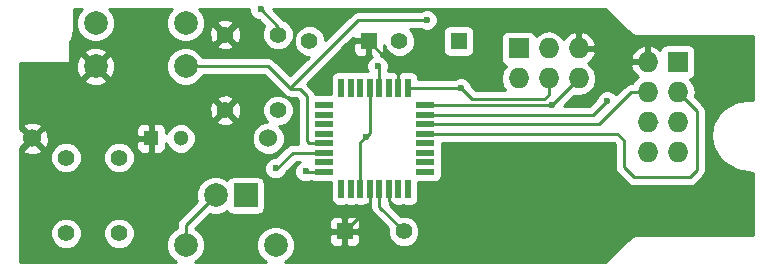
<source format=gbr>
G04 #@! TF.FileFunction,Copper,L1,Top,Signal*
%FSLAX46Y46*%
G04 Gerber Fmt 4.6, Leading zero omitted, Abs format (unit mm)*
G04 Created by KiCad (PCBNEW 4.0.2-4+6225~38~ubuntu14.04.1-stable) date Sat 05 Mar 2016 20:24:40 CET*
%MOMM*%
G01*
G04 APERTURE LIST*
%ADD10C,0.100000*%
%ADD11C,1.524000*%
%ADD12R,0.550000X1.600000*%
%ADD13R,1.600000X0.550000*%
%ADD14R,1.727200X1.727200*%
%ADD15O,1.727200X1.727200*%
%ADD16C,1.397000*%
%ADD17R,1.300000X1.300000*%
%ADD18C,1.300000*%
%ADD19R,2.000000X2.000000*%
%ADD20C,2.000000*%
%ADD21C,1.998980*%
%ADD22R,1.400000X1.400000*%
%ADD23C,1.400000*%
%ADD24C,0.600000*%
%ADD25C,0.250000*%
%ADD26C,0.254000*%
G04 APERTURE END LIST*
D10*
D11*
X149501000Y-107188000D03*
X129501000Y-107188000D03*
D12*
X155696000Y-111438000D03*
X156496000Y-111438000D03*
X157296000Y-111438000D03*
X158096000Y-111438000D03*
X158896000Y-111438000D03*
X159696000Y-111438000D03*
X160496000Y-111438000D03*
X161296000Y-111438000D03*
D13*
X162746000Y-109988000D03*
X162746000Y-109188000D03*
X162746000Y-108388000D03*
X162746000Y-107588000D03*
X162746000Y-106788000D03*
X162746000Y-105988000D03*
X162746000Y-105188000D03*
X162746000Y-104388000D03*
D12*
X161296000Y-102938000D03*
X160496000Y-102938000D03*
X159696000Y-102938000D03*
X158896000Y-102938000D03*
X158096000Y-102938000D03*
X157296000Y-102938000D03*
X156496000Y-102938000D03*
X155696000Y-102938000D03*
D13*
X154246000Y-104388000D03*
X154246000Y-105188000D03*
X154246000Y-105988000D03*
X154246000Y-106788000D03*
X154246000Y-107588000D03*
X154246000Y-108388000D03*
X154246000Y-109188000D03*
X154246000Y-109988000D03*
D14*
X170688000Y-99568000D03*
D15*
X170688000Y-102108000D03*
X173228000Y-99568000D03*
X173228000Y-102108000D03*
X175768000Y-99568000D03*
X175768000Y-102108000D03*
D16*
X150322000Y-104810000D03*
X145842000Y-104810000D03*
X150322000Y-98390000D03*
X145842000Y-98390000D03*
X136860000Y-115224000D03*
X132380000Y-115224000D03*
X136860000Y-108804000D03*
X132380000Y-108804000D03*
D17*
X139573000Y-107188000D03*
D18*
X142073000Y-107188000D03*
D19*
X147574000Y-112014000D03*
D20*
X145034000Y-112014000D03*
D21*
X134874000Y-101092000D03*
X142494000Y-101092000D03*
X134874000Y-97409000D03*
X142494000Y-97409000D03*
X150114000Y-116205000D03*
X142494000Y-116205000D03*
D22*
X155956000Y-115062000D03*
D23*
X160956000Y-115062000D03*
D22*
X157988000Y-98933000D03*
D23*
X152988000Y-98933000D03*
D22*
X165608000Y-98933000D03*
D23*
X160608000Y-98933000D03*
D14*
X184150000Y-100711000D03*
D15*
X181610000Y-100711000D03*
X184150000Y-103251000D03*
X181610000Y-103251000D03*
X184150000Y-105791000D03*
X181610000Y-105791000D03*
X184150000Y-108331000D03*
X181610000Y-108331000D03*
D24*
X157734000Y-107061000D03*
X158750000Y-101092000D03*
X178181000Y-104013000D03*
X173488000Y-104388000D03*
X165803000Y-102938000D03*
X162941000Y-97155000D03*
X150114000Y-109728000D03*
X148844000Y-96266000D03*
X152654000Y-109982000D03*
D25*
X159696000Y-111438000D02*
X159696000Y-112452000D01*
X159696000Y-112452000D02*
X160528000Y-113284000D01*
X158096000Y-111438000D02*
X158096000Y-112922000D01*
X158096000Y-112922000D02*
X155956000Y-115062000D01*
X160496000Y-102938000D02*
X160496000Y-101441000D01*
X160496000Y-101441000D02*
X157988000Y-98933000D01*
X157296000Y-111438000D02*
X157296000Y-107499000D01*
X158096000Y-106699000D02*
X157734000Y-107061000D01*
X158096000Y-106699000D02*
X158096000Y-102938000D01*
X157296000Y-107499000D02*
X157734000Y-107061000D01*
X158896000Y-111438000D02*
X158896000Y-113002000D01*
X158896000Y-113002000D02*
X160956000Y-115062000D01*
X158896000Y-101238000D02*
X158896000Y-102938000D01*
X158750000Y-101092000D02*
X158896000Y-101238000D01*
X142494000Y-116205000D02*
X142494000Y-114554000D01*
X142494000Y-114554000D02*
X145034000Y-112014000D01*
X185801000Y-104902000D02*
X184150000Y-103251000D01*
X185801000Y-109855000D02*
X185801000Y-104902000D01*
X185166000Y-110490000D02*
X185801000Y-109855000D01*
X180467000Y-110490000D02*
X185166000Y-110490000D01*
X179578000Y-109601000D02*
X180467000Y-110490000D01*
X179578000Y-107315000D02*
X179578000Y-109601000D01*
X162746000Y-106788000D02*
X179051000Y-106788000D01*
X179051000Y-106788000D02*
X179578000Y-107315000D01*
X162746000Y-105988000D02*
X177476000Y-105988000D01*
X180213000Y-103251000D02*
X181610000Y-103251000D01*
X177476000Y-105988000D02*
X180213000Y-103251000D01*
X182175000Y-105988000D02*
X182372000Y-105791000D01*
X162746000Y-105188000D02*
X177006000Y-105188000D01*
X177006000Y-105188000D02*
X178181000Y-104013000D01*
X162746000Y-104388000D02*
X173488000Y-104388000D01*
X173488000Y-104388000D02*
X175768000Y-102108000D01*
X161296000Y-102938000D02*
X165803000Y-102938000D01*
X173228000Y-102108000D02*
X173228000Y-103505000D01*
X166751000Y-103886000D02*
X165803000Y-102938000D01*
X172847000Y-103886000D02*
X166751000Y-103886000D01*
X173228000Y-103505000D02*
X172847000Y-103886000D01*
X151257000Y-102870000D02*
X151384000Y-102870000D01*
X151384000Y-102870000D02*
X157099000Y-97155000D01*
X157099000Y-97155000D02*
X162941000Y-97155000D01*
X154246000Y-107588000D02*
X152927000Y-107588000D01*
X152146000Y-102997000D02*
X151384000Y-102997000D01*
X152781000Y-103632000D02*
X152146000Y-102997000D01*
X152781000Y-107442000D02*
X152781000Y-103632000D01*
X152927000Y-107588000D02*
X152781000Y-107442000D01*
X151384000Y-102870000D02*
X151384000Y-102997000D01*
X149479000Y-101092000D02*
X142494000Y-101092000D01*
X151384000Y-102997000D02*
X151257000Y-102870000D01*
X151257000Y-102870000D02*
X149479000Y-101092000D01*
X154246000Y-108388000D02*
X151581000Y-108388000D01*
X150241000Y-109728000D02*
X150114000Y-109728000D01*
X151581000Y-108388000D02*
X150241000Y-109728000D01*
X148844000Y-96266000D02*
X150322000Y-97744000D01*
X150322000Y-97744000D02*
X150322000Y-98390000D01*
X154246000Y-109988000D02*
X152660000Y-109988000D01*
X152660000Y-109988000D02*
X152654000Y-109982000D01*
D26*
G36*
X133489154Y-96481927D02*
X133239794Y-97082453D01*
X133239226Y-97732694D01*
X133487538Y-98333655D01*
X133946927Y-98793846D01*
X134547453Y-99043206D01*
X135197694Y-99043774D01*
X135798655Y-98795462D01*
X136258846Y-98336073D01*
X136508206Y-97735547D01*
X136508774Y-97085306D01*
X136260462Y-96484345D01*
X135990588Y-96214000D01*
X141377549Y-96214000D01*
X141109154Y-96481927D01*
X140859794Y-97082453D01*
X140859226Y-97732694D01*
X141107538Y-98333655D01*
X141566927Y-98793846D01*
X142167453Y-99043206D01*
X142817694Y-99043774D01*
X143418655Y-98795462D01*
X143878846Y-98336073D01*
X143936394Y-98197480D01*
X144496073Y-98197480D01*
X144524852Y-98727199D01*
X144672200Y-99082929D01*
X144907812Y-99144583D01*
X145662395Y-98390000D01*
X146021605Y-98390000D01*
X146776188Y-99144583D01*
X147011800Y-99082929D01*
X147187927Y-98582520D01*
X147159148Y-98052801D01*
X147011800Y-97697071D01*
X146776188Y-97635417D01*
X146021605Y-98390000D01*
X145662395Y-98390000D01*
X144907812Y-97635417D01*
X144672200Y-97697071D01*
X144496073Y-98197480D01*
X143936394Y-98197480D01*
X144128206Y-97735547D01*
X144128450Y-97455812D01*
X145087417Y-97455812D01*
X145842000Y-98210395D01*
X146596583Y-97455812D01*
X146534929Y-97220200D01*
X146034520Y-97044073D01*
X145504801Y-97072852D01*
X145149071Y-97220200D01*
X145087417Y-97455812D01*
X144128450Y-97455812D01*
X144128774Y-97085306D01*
X143880462Y-96484345D01*
X143610588Y-96214000D01*
X147909045Y-96214000D01*
X147908838Y-96451167D01*
X148050883Y-96794943D01*
X148313673Y-97058192D01*
X148657201Y-97200838D01*
X148704077Y-97200879D01*
X149175940Y-97672742D01*
X148988732Y-98123587D01*
X148988269Y-98654086D01*
X149190854Y-99144380D01*
X149565647Y-99519827D01*
X150055587Y-99723268D01*
X150586086Y-99723731D01*
X151076380Y-99521146D01*
X151451827Y-99146353D01*
X151655268Y-98656413D01*
X151655731Y-98125914D01*
X151453146Y-97635620D01*
X151078353Y-97260173D01*
X150795541Y-97142739D01*
X149866802Y-96214000D01*
X178013908Y-96214000D01*
X180091954Y-98292046D01*
X180322295Y-98445954D01*
X180594000Y-98500000D01*
X190552000Y-98500000D01*
X190552000Y-103938000D01*
X189992000Y-103938000D01*
X189923416Y-103951642D01*
X188978672Y-104125653D01*
X188828746Y-104187755D01*
X188722731Y-104231668D01*
X187981099Y-104727211D01*
X187785210Y-104923099D01*
X187289669Y-105664730D01*
X187289668Y-105664731D01*
X187183653Y-105920672D01*
X187009642Y-106795486D01*
X187009643Y-106934000D01*
X187009642Y-107072514D01*
X187183653Y-107947328D01*
X187252277Y-108113000D01*
X187289668Y-108203269D01*
X187785210Y-108944901D01*
X187887148Y-109046838D01*
X187981099Y-109140789D01*
X188722731Y-109636332D01*
X188828746Y-109680245D01*
X188978672Y-109742347D01*
X189111246Y-109768717D01*
X189113006Y-109777410D01*
X189141447Y-109819035D01*
X189207282Y-109852951D01*
X190502283Y-110088406D01*
X190552000Y-112375387D01*
X190552000Y-115368000D01*
X180594000Y-115368000D01*
X180322295Y-115422046D01*
X180091954Y-115575954D01*
X178013908Y-117654000D01*
X150887301Y-117654000D01*
X151038655Y-117591462D01*
X151498846Y-117132073D01*
X151748206Y-116531547D01*
X151748774Y-115881306D01*
X151528314Y-115347750D01*
X154621000Y-115347750D01*
X154621000Y-115888310D01*
X154717673Y-116121699D01*
X154896302Y-116300327D01*
X155129691Y-116397000D01*
X155670250Y-116397000D01*
X155829000Y-116238250D01*
X155829000Y-115189000D01*
X156083000Y-115189000D01*
X156083000Y-116238250D01*
X156241750Y-116397000D01*
X156782309Y-116397000D01*
X157015698Y-116300327D01*
X157194327Y-116121699D01*
X157291000Y-115888310D01*
X157291000Y-115347750D01*
X157132250Y-115189000D01*
X156083000Y-115189000D01*
X155829000Y-115189000D01*
X154779750Y-115189000D01*
X154621000Y-115347750D01*
X151528314Y-115347750D01*
X151500462Y-115280345D01*
X151041073Y-114820154D01*
X150440547Y-114570794D01*
X149790306Y-114570226D01*
X149189345Y-114818538D01*
X148729154Y-115277927D01*
X148479794Y-115878453D01*
X148479226Y-116528694D01*
X148727538Y-117129655D01*
X149186927Y-117589846D01*
X149341427Y-117654000D01*
X143267301Y-117654000D01*
X143418655Y-117591462D01*
X143878846Y-117132073D01*
X144128206Y-116531547D01*
X144128774Y-115881306D01*
X143880462Y-115280345D01*
X143421073Y-114820154D01*
X143337394Y-114785408D01*
X143887112Y-114235690D01*
X154621000Y-114235690D01*
X154621000Y-114776250D01*
X154779750Y-114935000D01*
X155829000Y-114935000D01*
X155829000Y-113885750D01*
X156083000Y-113885750D01*
X156083000Y-114935000D01*
X157132250Y-114935000D01*
X157291000Y-114776250D01*
X157291000Y-114235690D01*
X157194327Y-114002301D01*
X157015698Y-113823673D01*
X156782309Y-113727000D01*
X156241750Y-113727000D01*
X156083000Y-113885750D01*
X155829000Y-113885750D01*
X155670250Y-113727000D01*
X155129691Y-113727000D01*
X154896302Y-113823673D01*
X154717673Y-114002301D01*
X154621000Y-114235690D01*
X143887112Y-114235690D01*
X144542527Y-113580275D01*
X144707352Y-113648716D01*
X145357795Y-113649284D01*
X145958943Y-113400894D01*
X146025574Y-113334379D01*
X146109910Y-113465441D01*
X146322110Y-113610431D01*
X146574000Y-113661440D01*
X148574000Y-113661440D01*
X148809317Y-113617162D01*
X149025441Y-113478090D01*
X149170431Y-113265890D01*
X149221440Y-113014000D01*
X149221440Y-111014000D01*
X149177162Y-110778683D01*
X149038090Y-110562559D01*
X148825890Y-110417569D01*
X148574000Y-110366560D01*
X146574000Y-110366560D01*
X146338683Y-110410838D01*
X146122559Y-110549910D01*
X146025090Y-110692561D01*
X145961363Y-110628722D01*
X145360648Y-110379284D01*
X144710205Y-110378716D01*
X144109057Y-110627106D01*
X143648722Y-111086637D01*
X143399284Y-111687352D01*
X143398716Y-112337795D01*
X143467919Y-112505279D01*
X141956599Y-114016599D01*
X141791852Y-114263161D01*
X141734000Y-114554000D01*
X141734000Y-114750504D01*
X141569345Y-114818538D01*
X141109154Y-115277927D01*
X140859794Y-115878453D01*
X140859226Y-116528694D01*
X141107538Y-117129655D01*
X141566927Y-117589846D01*
X141721427Y-117654000D01*
X128472000Y-117654000D01*
X128472000Y-115488086D01*
X131046269Y-115488086D01*
X131248854Y-115978380D01*
X131623647Y-116353827D01*
X132113587Y-116557268D01*
X132644086Y-116557731D01*
X133134380Y-116355146D01*
X133509827Y-115980353D01*
X133713268Y-115490413D01*
X133713270Y-115488086D01*
X135526269Y-115488086D01*
X135728854Y-115978380D01*
X136103647Y-116353827D01*
X136593587Y-116557268D01*
X137124086Y-116557731D01*
X137614380Y-116355146D01*
X137989827Y-115980353D01*
X138193268Y-115490413D01*
X138193731Y-114959914D01*
X137991146Y-114469620D01*
X137616353Y-114094173D01*
X137126413Y-113890732D01*
X136595914Y-113890269D01*
X136105620Y-114092854D01*
X135730173Y-114467647D01*
X135526732Y-114957587D01*
X135526269Y-115488086D01*
X133713270Y-115488086D01*
X133713731Y-114959914D01*
X133511146Y-114469620D01*
X133136353Y-114094173D01*
X132646413Y-113890732D01*
X132115914Y-113890269D01*
X131625620Y-114092854D01*
X131250173Y-114467647D01*
X131046732Y-114957587D01*
X131046269Y-115488086D01*
X128472000Y-115488086D01*
X128472000Y-109068086D01*
X131046269Y-109068086D01*
X131248854Y-109558380D01*
X131623647Y-109933827D01*
X132113587Y-110137268D01*
X132644086Y-110137731D01*
X133134380Y-109935146D01*
X133509827Y-109560353D01*
X133713268Y-109070413D01*
X133713270Y-109068086D01*
X135526269Y-109068086D01*
X135728854Y-109558380D01*
X136103647Y-109933827D01*
X136593587Y-110137268D01*
X137124086Y-110137731D01*
X137614380Y-109935146D01*
X137989827Y-109560353D01*
X138193268Y-109070413D01*
X138193731Y-108539914D01*
X137991146Y-108049620D01*
X137616353Y-107674173D01*
X137133682Y-107473750D01*
X138288000Y-107473750D01*
X138288000Y-107964310D01*
X138384673Y-108197699D01*
X138563302Y-108376327D01*
X138796691Y-108473000D01*
X139287250Y-108473000D01*
X139446000Y-108314250D01*
X139446000Y-107315000D01*
X138446750Y-107315000D01*
X138288000Y-107473750D01*
X137133682Y-107473750D01*
X137126413Y-107470732D01*
X136595914Y-107470269D01*
X136105620Y-107672854D01*
X135730173Y-108047647D01*
X135526732Y-108537587D01*
X135526269Y-109068086D01*
X133713270Y-109068086D01*
X133713731Y-108539914D01*
X133511146Y-108049620D01*
X133136353Y-107674173D01*
X132646413Y-107470732D01*
X132115914Y-107470269D01*
X131625620Y-107672854D01*
X131250173Y-108047647D01*
X131046732Y-108537587D01*
X131046269Y-109068086D01*
X128472000Y-109068086D01*
X128472000Y-108168213D01*
X128700392Y-108168213D01*
X128769857Y-108410397D01*
X129293302Y-108597144D01*
X129848368Y-108569362D01*
X130232143Y-108410397D01*
X130301608Y-108168213D01*
X129501000Y-107367605D01*
X128700392Y-108168213D01*
X128472000Y-108168213D01*
X128472000Y-107974615D01*
X128520787Y-107988608D01*
X129321395Y-107188000D01*
X129680605Y-107188000D01*
X130481213Y-107988608D01*
X130723397Y-107919143D01*
X130910144Y-107395698D01*
X130882362Y-106840632D01*
X130723397Y-106456857D01*
X130565926Y-106411690D01*
X138288000Y-106411690D01*
X138288000Y-106902250D01*
X138446750Y-107061000D01*
X139446000Y-107061000D01*
X139446000Y-106061750D01*
X139700000Y-106061750D01*
X139700000Y-107061000D01*
X139720000Y-107061000D01*
X139720000Y-107315000D01*
X139700000Y-107315000D01*
X139700000Y-108314250D01*
X139858750Y-108473000D01*
X140349309Y-108473000D01*
X140582698Y-108376327D01*
X140761327Y-108197699D01*
X140858000Y-107964310D01*
X140858000Y-107612433D01*
X140982995Y-107914943D01*
X141344155Y-108276735D01*
X141816276Y-108472777D01*
X142327481Y-108473223D01*
X142799943Y-108278005D01*
X143161735Y-107916845D01*
X143357777Y-107444724D01*
X143358223Y-106933519D01*
X143163005Y-106461057D01*
X142801845Y-106099265D01*
X142329724Y-105903223D01*
X141818519Y-105902777D01*
X141346057Y-106097995D01*
X140984265Y-106459155D01*
X140858000Y-106763235D01*
X140858000Y-106411690D01*
X140761327Y-106178301D01*
X140582698Y-105999673D01*
X140349309Y-105903000D01*
X139858750Y-105903000D01*
X139700000Y-106061750D01*
X139446000Y-106061750D01*
X139287250Y-105903000D01*
X138796691Y-105903000D01*
X138563302Y-105999673D01*
X138384673Y-106178301D01*
X138288000Y-106411690D01*
X130565926Y-106411690D01*
X130481213Y-106387392D01*
X129680605Y-107188000D01*
X129321395Y-107188000D01*
X128520787Y-106387392D01*
X128472000Y-106401385D01*
X128472000Y-106207787D01*
X128700392Y-106207787D01*
X129501000Y-107008395D01*
X130301608Y-106207787D01*
X130232143Y-105965603D01*
X129708698Y-105778856D01*
X129153632Y-105806638D01*
X128769857Y-105965603D01*
X128700392Y-106207787D01*
X128472000Y-106207787D01*
X128472000Y-105744188D01*
X145087417Y-105744188D01*
X145149071Y-105979800D01*
X145649480Y-106155927D01*
X146179199Y-106127148D01*
X146534929Y-105979800D01*
X146596583Y-105744188D01*
X145842000Y-104989605D01*
X145087417Y-105744188D01*
X128472000Y-105744188D01*
X128472000Y-104617480D01*
X144496073Y-104617480D01*
X144524852Y-105147199D01*
X144672200Y-105502929D01*
X144907812Y-105564583D01*
X145662395Y-104810000D01*
X146021605Y-104810000D01*
X146776188Y-105564583D01*
X147011800Y-105502929D01*
X147187927Y-105002520D01*
X147159148Y-104472801D01*
X147011800Y-104117071D01*
X146776188Y-104055417D01*
X146021605Y-104810000D01*
X145662395Y-104810000D01*
X144907812Y-104055417D01*
X144672200Y-104117071D01*
X144496073Y-104617480D01*
X128472000Y-104617480D01*
X128472000Y-103875812D01*
X145087417Y-103875812D01*
X145842000Y-104630395D01*
X146596583Y-103875812D01*
X146534929Y-103640200D01*
X146034520Y-103464073D01*
X145504801Y-103492852D01*
X145149071Y-103640200D01*
X145087417Y-103875812D01*
X128472000Y-103875812D01*
X128472000Y-102244163D01*
X133901443Y-102244163D01*
X134000042Y-102510965D01*
X134609582Y-102737401D01*
X135259377Y-102713341D01*
X135747958Y-102510965D01*
X135846557Y-102244163D01*
X134874000Y-101271605D01*
X133901443Y-102244163D01*
X128472000Y-102244163D01*
X128472000Y-100838000D01*
X132588000Y-100838000D01*
X132637410Y-100827994D01*
X132638012Y-100827582D01*
X133228599Y-100827582D01*
X133252659Y-101477377D01*
X133455035Y-101965958D01*
X133721837Y-102064557D01*
X134694395Y-101092000D01*
X135053605Y-101092000D01*
X136026163Y-102064557D01*
X136292965Y-101965958D01*
X136497380Y-101415694D01*
X140859226Y-101415694D01*
X141107538Y-102016655D01*
X141566927Y-102476846D01*
X142167453Y-102726206D01*
X142817694Y-102726774D01*
X143418655Y-102478462D01*
X143878846Y-102019073D01*
X143948221Y-101852000D01*
X149164198Y-101852000D01*
X150846599Y-103534401D01*
X151042453Y-103665266D01*
X150588413Y-103476732D01*
X150057914Y-103476269D01*
X149567620Y-103678854D01*
X149192173Y-104053647D01*
X148988732Y-104543587D01*
X148988269Y-105074086D01*
X149190854Y-105564380D01*
X149417006Y-105790926D01*
X149224339Y-105790758D01*
X148710697Y-106002990D01*
X148317371Y-106395630D01*
X148104243Y-106908900D01*
X148103758Y-107464661D01*
X148315990Y-107978303D01*
X148708630Y-108371629D01*
X149221900Y-108584757D01*
X149777661Y-108585242D01*
X150291303Y-108373010D01*
X150684629Y-107980370D01*
X150897757Y-107467100D01*
X150898242Y-106911339D01*
X150686010Y-106397697D01*
X150432353Y-106143597D01*
X150586086Y-106143731D01*
X151076380Y-105941146D01*
X151451827Y-105566353D01*
X151655268Y-105076413D01*
X151655731Y-104545914D01*
X151453146Y-104055620D01*
X151098319Y-103700174D01*
X151384000Y-103757000D01*
X151831198Y-103757000D01*
X152021000Y-103946802D01*
X152021000Y-107442000D01*
X152057998Y-107628000D01*
X151581000Y-107628000D01*
X151290160Y-107685852D01*
X151043599Y-107850599D01*
X150101210Y-108792988D01*
X149928833Y-108792838D01*
X149585057Y-108934883D01*
X149321808Y-109197673D01*
X149179162Y-109541201D01*
X149178838Y-109913167D01*
X149320883Y-110256943D01*
X149583673Y-110520192D01*
X149927201Y-110662838D01*
X150299167Y-110663162D01*
X150642943Y-110521117D01*
X150906192Y-110258327D01*
X150991913Y-110051889D01*
X151895802Y-109148000D01*
X152224002Y-109148000D01*
X152125057Y-109188883D01*
X151861808Y-109451673D01*
X151719162Y-109795201D01*
X151718838Y-110167167D01*
X151860883Y-110510943D01*
X152123673Y-110774192D01*
X152467201Y-110916838D01*
X152839167Y-110917162D01*
X153113005Y-110804015D01*
X153194110Y-110859431D01*
X153446000Y-110910440D01*
X154773560Y-110910440D01*
X154773560Y-112238000D01*
X154817838Y-112473317D01*
X154956910Y-112689441D01*
X155169110Y-112834431D01*
X155421000Y-112885440D01*
X155971000Y-112885440D01*
X156100589Y-112861056D01*
X156221000Y-112885440D01*
X156771000Y-112885440D01*
X156900589Y-112861056D01*
X157021000Y-112885440D01*
X157571000Y-112885440D01*
X157676705Y-112865550D01*
X157694690Y-112873000D01*
X157810250Y-112873000D01*
X157906651Y-112776599D01*
X158022441Y-112702090D01*
X158095884Y-112594603D01*
X158136000Y-112656946D01*
X158136000Y-113002000D01*
X158193852Y-113292839D01*
X158358599Y-113539401D01*
X159621226Y-114802028D01*
X159620769Y-115326383D01*
X159823582Y-115817229D01*
X160198796Y-116193098D01*
X160689287Y-116396768D01*
X161220383Y-116397231D01*
X161711229Y-116194418D01*
X162087098Y-115819204D01*
X162290768Y-115328713D01*
X162291231Y-114797617D01*
X162088418Y-114306771D01*
X161713204Y-113930902D01*
X161222713Y-113727232D01*
X160695574Y-113726772D01*
X159823002Y-112854200D01*
X159823002Y-112734600D01*
X159887245Y-112778495D01*
X159981750Y-112873000D01*
X160097310Y-112873000D01*
X160117753Y-112864532D01*
X160221000Y-112885440D01*
X160771000Y-112885440D01*
X160900589Y-112861056D01*
X161021000Y-112885440D01*
X161571000Y-112885440D01*
X161806317Y-112841162D01*
X162022441Y-112702090D01*
X162167431Y-112489890D01*
X162218440Y-112238000D01*
X162218440Y-110910440D01*
X163546000Y-110910440D01*
X163781317Y-110866162D01*
X163997441Y-110727090D01*
X164142431Y-110514890D01*
X164193440Y-110263000D01*
X164193440Y-109713000D01*
X164169056Y-109583411D01*
X164193440Y-109463000D01*
X164193440Y-108913000D01*
X164169056Y-108783411D01*
X164193440Y-108663000D01*
X164193440Y-108113000D01*
X164169056Y-107983411D01*
X164193440Y-107863000D01*
X164193440Y-107548000D01*
X178736198Y-107548000D01*
X178818000Y-107629802D01*
X178818000Y-109601000D01*
X178875852Y-109891839D01*
X179040599Y-110138401D01*
X179929599Y-111027401D01*
X180176161Y-111192148D01*
X180467000Y-111250000D01*
X185166000Y-111250000D01*
X185456839Y-111192148D01*
X185703401Y-111027401D01*
X186338401Y-110392401D01*
X186503148Y-110145839D01*
X186561000Y-109855000D01*
X186561000Y-104902000D01*
X186503148Y-104611161D01*
X186338401Y-104364599D01*
X185602775Y-103628973D01*
X185677959Y-103251000D01*
X185563885Y-102677511D01*
X185239029Y-102191330D01*
X185225358Y-102182195D01*
X185248917Y-102177762D01*
X185465041Y-102038690D01*
X185610031Y-101826490D01*
X185661040Y-101574600D01*
X185661040Y-99847400D01*
X185616762Y-99612083D01*
X185477690Y-99395959D01*
X185265490Y-99250969D01*
X185013600Y-99199960D01*
X183286400Y-99199960D01*
X183051083Y-99244238D01*
X182834959Y-99383310D01*
X182689969Y-99595510D01*
X182670338Y-99692451D01*
X182498490Y-99504179D01*
X181969027Y-99256032D01*
X181737000Y-99376531D01*
X181737000Y-100584000D01*
X181757000Y-100584000D01*
X181757000Y-100838000D01*
X181737000Y-100838000D01*
X181737000Y-100858000D01*
X181483000Y-100858000D01*
X181483000Y-100838000D01*
X180276183Y-100838000D01*
X180155042Y-101070026D01*
X180327312Y-101485947D01*
X180721510Y-101917821D01*
X180844228Y-101975336D01*
X180520971Y-102191330D01*
X180320738Y-102491000D01*
X180213000Y-102491000D01*
X179922161Y-102548852D01*
X179675599Y-102713599D01*
X178939659Y-103449539D01*
X178711327Y-103220808D01*
X178367799Y-103078162D01*
X177995833Y-103077838D01*
X177652057Y-103219883D01*
X177388808Y-103482673D01*
X177246162Y-103826201D01*
X177246121Y-103873077D01*
X176691198Y-104428000D01*
X174522802Y-104428000D01*
X175390027Y-103560775D01*
X175768000Y-103635959D01*
X176341489Y-103521885D01*
X176827670Y-103197029D01*
X177152526Y-102710848D01*
X177266600Y-102137359D01*
X177266600Y-102078641D01*
X177152526Y-101505152D01*
X176827670Y-101018971D01*
X176556839Y-100838008D01*
X176974821Y-100456490D01*
X177023805Y-100351974D01*
X180155042Y-100351974D01*
X180276183Y-100584000D01*
X181483000Y-100584000D01*
X181483000Y-99376531D01*
X181250973Y-99256032D01*
X180721510Y-99504179D01*
X180327312Y-99936053D01*
X180155042Y-100351974D01*
X177023805Y-100351974D01*
X177222968Y-99927027D01*
X177102469Y-99695000D01*
X175895000Y-99695000D01*
X175895000Y-99715000D01*
X175641000Y-99715000D01*
X175641000Y-99695000D01*
X175621000Y-99695000D01*
X175621000Y-99441000D01*
X175641000Y-99441000D01*
X175641000Y-98234183D01*
X175895000Y-98234183D01*
X175895000Y-99441000D01*
X177102469Y-99441000D01*
X177222968Y-99208973D01*
X176974821Y-98679510D01*
X176542947Y-98285312D01*
X176127026Y-98113042D01*
X175895000Y-98234183D01*
X175641000Y-98234183D01*
X175408974Y-98113042D01*
X174993053Y-98285312D01*
X174561179Y-98679510D01*
X174503664Y-98802228D01*
X174287670Y-98478971D01*
X173801489Y-98154115D01*
X173228000Y-98040041D01*
X172654511Y-98154115D01*
X172168330Y-98478971D01*
X172159195Y-98492642D01*
X172154762Y-98469083D01*
X172015690Y-98252959D01*
X171803490Y-98107969D01*
X171551600Y-98056960D01*
X169824400Y-98056960D01*
X169589083Y-98101238D01*
X169372959Y-98240310D01*
X169227969Y-98452510D01*
X169176960Y-98704400D01*
X169176960Y-100431600D01*
X169221238Y-100666917D01*
X169360310Y-100883041D01*
X169572510Y-101028031D01*
X169616345Y-101036908D01*
X169303474Y-101505152D01*
X169189400Y-102078641D01*
X169189400Y-102137359D01*
X169303474Y-102710848D01*
X169580870Y-103126000D01*
X167065802Y-103126000D01*
X166738122Y-102798320D01*
X166738162Y-102752833D01*
X166596117Y-102409057D01*
X166333327Y-102145808D01*
X165989799Y-102003162D01*
X165617833Y-102002838D01*
X165274057Y-102144883D01*
X165240882Y-102178000D01*
X162218440Y-102178000D01*
X162218440Y-102138000D01*
X162174162Y-101902683D01*
X162035090Y-101686559D01*
X161822890Y-101541569D01*
X161571000Y-101490560D01*
X161021000Y-101490560D01*
X160915295Y-101510450D01*
X160897310Y-101503000D01*
X160781750Y-101503000D01*
X160685349Y-101599401D01*
X160569559Y-101673910D01*
X160496116Y-101781397D01*
X160435090Y-101686559D01*
X160304755Y-101597505D01*
X160210250Y-101503000D01*
X160094690Y-101503000D01*
X160074247Y-101511468D01*
X159971000Y-101490560D01*
X159656000Y-101490560D01*
X159656000Y-101348248D01*
X159684838Y-101278799D01*
X159685162Y-100906833D01*
X159543117Y-100563057D01*
X159280327Y-100299808D01*
X159009258Y-100187250D01*
X159047698Y-100171327D01*
X159226327Y-99992699D01*
X159323000Y-99759310D01*
X159323000Y-99318952D01*
X159475582Y-99688229D01*
X159850796Y-100064098D01*
X160341287Y-100267768D01*
X160872383Y-100268231D01*
X161363229Y-100065418D01*
X161739098Y-99690204D01*
X161942768Y-99199713D01*
X161943231Y-98668617D01*
X161763239Y-98233000D01*
X164260560Y-98233000D01*
X164260560Y-99633000D01*
X164304838Y-99868317D01*
X164443910Y-100084441D01*
X164656110Y-100229431D01*
X164908000Y-100280440D01*
X166308000Y-100280440D01*
X166543317Y-100236162D01*
X166759441Y-100097090D01*
X166904431Y-99884890D01*
X166955440Y-99633000D01*
X166955440Y-98233000D01*
X166911162Y-97997683D01*
X166772090Y-97781559D01*
X166559890Y-97636569D01*
X166308000Y-97585560D01*
X164908000Y-97585560D01*
X164672683Y-97629838D01*
X164456559Y-97768910D01*
X164311569Y-97981110D01*
X164260560Y-98233000D01*
X161763239Y-98233000D01*
X161740418Y-98177771D01*
X161478105Y-97915000D01*
X162378537Y-97915000D01*
X162410673Y-97947192D01*
X162754201Y-98089838D01*
X163126167Y-98090162D01*
X163469943Y-97948117D01*
X163733192Y-97685327D01*
X163875838Y-97341799D01*
X163876162Y-96969833D01*
X163734117Y-96626057D01*
X163471327Y-96362808D01*
X163127799Y-96220162D01*
X162755833Y-96219838D01*
X162412057Y-96361883D01*
X162378882Y-96395000D01*
X157099000Y-96395000D01*
X156808161Y-96452852D01*
X156561599Y-96617598D01*
X154323068Y-98856130D01*
X154323231Y-98668617D01*
X154120418Y-98177771D01*
X153745204Y-97801902D01*
X153254713Y-97598232D01*
X152723617Y-97597769D01*
X152232771Y-97800582D01*
X151856902Y-98175796D01*
X151653232Y-98666287D01*
X151652769Y-99197383D01*
X151855582Y-99688229D01*
X152230796Y-100064098D01*
X152721287Y-100267768D01*
X152911264Y-100267934D01*
X151320500Y-101858698D01*
X150016401Y-100554599D01*
X149769839Y-100389852D01*
X149479000Y-100332000D01*
X143948496Y-100332000D01*
X143880462Y-100167345D01*
X143421073Y-99707154D01*
X142820547Y-99457794D01*
X142170306Y-99457226D01*
X141569345Y-99705538D01*
X141109154Y-100164927D01*
X140859794Y-100765453D01*
X140859226Y-101415694D01*
X136497380Y-101415694D01*
X136519401Y-101356418D01*
X136495341Y-100706623D01*
X136292965Y-100218042D01*
X136026163Y-100119443D01*
X135053605Y-101092000D01*
X134694395Y-101092000D01*
X133721837Y-100119443D01*
X133455035Y-100218042D01*
X133228599Y-100827582D01*
X132638012Y-100827582D01*
X132679035Y-100799553D01*
X132706315Y-100757159D01*
X132715000Y-100711000D01*
X132715000Y-99939837D01*
X133901443Y-99939837D01*
X134874000Y-100912395D01*
X135846557Y-99939837D01*
X135747958Y-99673035D01*
X135138418Y-99446599D01*
X134488623Y-99470659D01*
X134000042Y-99673035D01*
X133901443Y-99939837D01*
X132715000Y-99939837D01*
X132715000Y-99324188D01*
X145087417Y-99324188D01*
X145149071Y-99559800D01*
X145649480Y-99735927D01*
X146179199Y-99707148D01*
X146534929Y-99559800D01*
X146596583Y-99324188D01*
X145842000Y-98569605D01*
X145087417Y-99324188D01*
X132715000Y-99324188D01*
X132715000Y-99112147D01*
X132750332Y-99059269D01*
X132855240Y-98806000D01*
X132856347Y-98803328D01*
X133030358Y-97928513D01*
X133030358Y-97858584D01*
X133044000Y-97790000D01*
X133044000Y-96214000D01*
X133757549Y-96214000D01*
X133489154Y-96481927D01*
X133489154Y-96481927D01*
G37*
X133489154Y-96481927D02*
X133239794Y-97082453D01*
X133239226Y-97732694D01*
X133487538Y-98333655D01*
X133946927Y-98793846D01*
X134547453Y-99043206D01*
X135197694Y-99043774D01*
X135798655Y-98795462D01*
X136258846Y-98336073D01*
X136508206Y-97735547D01*
X136508774Y-97085306D01*
X136260462Y-96484345D01*
X135990588Y-96214000D01*
X141377549Y-96214000D01*
X141109154Y-96481927D01*
X140859794Y-97082453D01*
X140859226Y-97732694D01*
X141107538Y-98333655D01*
X141566927Y-98793846D01*
X142167453Y-99043206D01*
X142817694Y-99043774D01*
X143418655Y-98795462D01*
X143878846Y-98336073D01*
X143936394Y-98197480D01*
X144496073Y-98197480D01*
X144524852Y-98727199D01*
X144672200Y-99082929D01*
X144907812Y-99144583D01*
X145662395Y-98390000D01*
X146021605Y-98390000D01*
X146776188Y-99144583D01*
X147011800Y-99082929D01*
X147187927Y-98582520D01*
X147159148Y-98052801D01*
X147011800Y-97697071D01*
X146776188Y-97635417D01*
X146021605Y-98390000D01*
X145662395Y-98390000D01*
X144907812Y-97635417D01*
X144672200Y-97697071D01*
X144496073Y-98197480D01*
X143936394Y-98197480D01*
X144128206Y-97735547D01*
X144128450Y-97455812D01*
X145087417Y-97455812D01*
X145842000Y-98210395D01*
X146596583Y-97455812D01*
X146534929Y-97220200D01*
X146034520Y-97044073D01*
X145504801Y-97072852D01*
X145149071Y-97220200D01*
X145087417Y-97455812D01*
X144128450Y-97455812D01*
X144128774Y-97085306D01*
X143880462Y-96484345D01*
X143610588Y-96214000D01*
X147909045Y-96214000D01*
X147908838Y-96451167D01*
X148050883Y-96794943D01*
X148313673Y-97058192D01*
X148657201Y-97200838D01*
X148704077Y-97200879D01*
X149175940Y-97672742D01*
X148988732Y-98123587D01*
X148988269Y-98654086D01*
X149190854Y-99144380D01*
X149565647Y-99519827D01*
X150055587Y-99723268D01*
X150586086Y-99723731D01*
X151076380Y-99521146D01*
X151451827Y-99146353D01*
X151655268Y-98656413D01*
X151655731Y-98125914D01*
X151453146Y-97635620D01*
X151078353Y-97260173D01*
X150795541Y-97142739D01*
X149866802Y-96214000D01*
X178013908Y-96214000D01*
X180091954Y-98292046D01*
X180322295Y-98445954D01*
X180594000Y-98500000D01*
X190552000Y-98500000D01*
X190552000Y-103938000D01*
X189992000Y-103938000D01*
X189923416Y-103951642D01*
X188978672Y-104125653D01*
X188828746Y-104187755D01*
X188722731Y-104231668D01*
X187981099Y-104727211D01*
X187785210Y-104923099D01*
X187289669Y-105664730D01*
X187289668Y-105664731D01*
X187183653Y-105920672D01*
X187009642Y-106795486D01*
X187009643Y-106934000D01*
X187009642Y-107072514D01*
X187183653Y-107947328D01*
X187252277Y-108113000D01*
X187289668Y-108203269D01*
X187785210Y-108944901D01*
X187887148Y-109046838D01*
X187981099Y-109140789D01*
X188722731Y-109636332D01*
X188828746Y-109680245D01*
X188978672Y-109742347D01*
X189111246Y-109768717D01*
X189113006Y-109777410D01*
X189141447Y-109819035D01*
X189207282Y-109852951D01*
X190502283Y-110088406D01*
X190552000Y-112375387D01*
X190552000Y-115368000D01*
X180594000Y-115368000D01*
X180322295Y-115422046D01*
X180091954Y-115575954D01*
X178013908Y-117654000D01*
X150887301Y-117654000D01*
X151038655Y-117591462D01*
X151498846Y-117132073D01*
X151748206Y-116531547D01*
X151748774Y-115881306D01*
X151528314Y-115347750D01*
X154621000Y-115347750D01*
X154621000Y-115888310D01*
X154717673Y-116121699D01*
X154896302Y-116300327D01*
X155129691Y-116397000D01*
X155670250Y-116397000D01*
X155829000Y-116238250D01*
X155829000Y-115189000D01*
X156083000Y-115189000D01*
X156083000Y-116238250D01*
X156241750Y-116397000D01*
X156782309Y-116397000D01*
X157015698Y-116300327D01*
X157194327Y-116121699D01*
X157291000Y-115888310D01*
X157291000Y-115347750D01*
X157132250Y-115189000D01*
X156083000Y-115189000D01*
X155829000Y-115189000D01*
X154779750Y-115189000D01*
X154621000Y-115347750D01*
X151528314Y-115347750D01*
X151500462Y-115280345D01*
X151041073Y-114820154D01*
X150440547Y-114570794D01*
X149790306Y-114570226D01*
X149189345Y-114818538D01*
X148729154Y-115277927D01*
X148479794Y-115878453D01*
X148479226Y-116528694D01*
X148727538Y-117129655D01*
X149186927Y-117589846D01*
X149341427Y-117654000D01*
X143267301Y-117654000D01*
X143418655Y-117591462D01*
X143878846Y-117132073D01*
X144128206Y-116531547D01*
X144128774Y-115881306D01*
X143880462Y-115280345D01*
X143421073Y-114820154D01*
X143337394Y-114785408D01*
X143887112Y-114235690D01*
X154621000Y-114235690D01*
X154621000Y-114776250D01*
X154779750Y-114935000D01*
X155829000Y-114935000D01*
X155829000Y-113885750D01*
X156083000Y-113885750D01*
X156083000Y-114935000D01*
X157132250Y-114935000D01*
X157291000Y-114776250D01*
X157291000Y-114235690D01*
X157194327Y-114002301D01*
X157015698Y-113823673D01*
X156782309Y-113727000D01*
X156241750Y-113727000D01*
X156083000Y-113885750D01*
X155829000Y-113885750D01*
X155670250Y-113727000D01*
X155129691Y-113727000D01*
X154896302Y-113823673D01*
X154717673Y-114002301D01*
X154621000Y-114235690D01*
X143887112Y-114235690D01*
X144542527Y-113580275D01*
X144707352Y-113648716D01*
X145357795Y-113649284D01*
X145958943Y-113400894D01*
X146025574Y-113334379D01*
X146109910Y-113465441D01*
X146322110Y-113610431D01*
X146574000Y-113661440D01*
X148574000Y-113661440D01*
X148809317Y-113617162D01*
X149025441Y-113478090D01*
X149170431Y-113265890D01*
X149221440Y-113014000D01*
X149221440Y-111014000D01*
X149177162Y-110778683D01*
X149038090Y-110562559D01*
X148825890Y-110417569D01*
X148574000Y-110366560D01*
X146574000Y-110366560D01*
X146338683Y-110410838D01*
X146122559Y-110549910D01*
X146025090Y-110692561D01*
X145961363Y-110628722D01*
X145360648Y-110379284D01*
X144710205Y-110378716D01*
X144109057Y-110627106D01*
X143648722Y-111086637D01*
X143399284Y-111687352D01*
X143398716Y-112337795D01*
X143467919Y-112505279D01*
X141956599Y-114016599D01*
X141791852Y-114263161D01*
X141734000Y-114554000D01*
X141734000Y-114750504D01*
X141569345Y-114818538D01*
X141109154Y-115277927D01*
X140859794Y-115878453D01*
X140859226Y-116528694D01*
X141107538Y-117129655D01*
X141566927Y-117589846D01*
X141721427Y-117654000D01*
X128472000Y-117654000D01*
X128472000Y-115488086D01*
X131046269Y-115488086D01*
X131248854Y-115978380D01*
X131623647Y-116353827D01*
X132113587Y-116557268D01*
X132644086Y-116557731D01*
X133134380Y-116355146D01*
X133509827Y-115980353D01*
X133713268Y-115490413D01*
X133713270Y-115488086D01*
X135526269Y-115488086D01*
X135728854Y-115978380D01*
X136103647Y-116353827D01*
X136593587Y-116557268D01*
X137124086Y-116557731D01*
X137614380Y-116355146D01*
X137989827Y-115980353D01*
X138193268Y-115490413D01*
X138193731Y-114959914D01*
X137991146Y-114469620D01*
X137616353Y-114094173D01*
X137126413Y-113890732D01*
X136595914Y-113890269D01*
X136105620Y-114092854D01*
X135730173Y-114467647D01*
X135526732Y-114957587D01*
X135526269Y-115488086D01*
X133713270Y-115488086D01*
X133713731Y-114959914D01*
X133511146Y-114469620D01*
X133136353Y-114094173D01*
X132646413Y-113890732D01*
X132115914Y-113890269D01*
X131625620Y-114092854D01*
X131250173Y-114467647D01*
X131046732Y-114957587D01*
X131046269Y-115488086D01*
X128472000Y-115488086D01*
X128472000Y-109068086D01*
X131046269Y-109068086D01*
X131248854Y-109558380D01*
X131623647Y-109933827D01*
X132113587Y-110137268D01*
X132644086Y-110137731D01*
X133134380Y-109935146D01*
X133509827Y-109560353D01*
X133713268Y-109070413D01*
X133713270Y-109068086D01*
X135526269Y-109068086D01*
X135728854Y-109558380D01*
X136103647Y-109933827D01*
X136593587Y-110137268D01*
X137124086Y-110137731D01*
X137614380Y-109935146D01*
X137989827Y-109560353D01*
X138193268Y-109070413D01*
X138193731Y-108539914D01*
X137991146Y-108049620D01*
X137616353Y-107674173D01*
X137133682Y-107473750D01*
X138288000Y-107473750D01*
X138288000Y-107964310D01*
X138384673Y-108197699D01*
X138563302Y-108376327D01*
X138796691Y-108473000D01*
X139287250Y-108473000D01*
X139446000Y-108314250D01*
X139446000Y-107315000D01*
X138446750Y-107315000D01*
X138288000Y-107473750D01*
X137133682Y-107473750D01*
X137126413Y-107470732D01*
X136595914Y-107470269D01*
X136105620Y-107672854D01*
X135730173Y-108047647D01*
X135526732Y-108537587D01*
X135526269Y-109068086D01*
X133713270Y-109068086D01*
X133713731Y-108539914D01*
X133511146Y-108049620D01*
X133136353Y-107674173D01*
X132646413Y-107470732D01*
X132115914Y-107470269D01*
X131625620Y-107672854D01*
X131250173Y-108047647D01*
X131046732Y-108537587D01*
X131046269Y-109068086D01*
X128472000Y-109068086D01*
X128472000Y-108168213D01*
X128700392Y-108168213D01*
X128769857Y-108410397D01*
X129293302Y-108597144D01*
X129848368Y-108569362D01*
X130232143Y-108410397D01*
X130301608Y-108168213D01*
X129501000Y-107367605D01*
X128700392Y-108168213D01*
X128472000Y-108168213D01*
X128472000Y-107974615D01*
X128520787Y-107988608D01*
X129321395Y-107188000D01*
X129680605Y-107188000D01*
X130481213Y-107988608D01*
X130723397Y-107919143D01*
X130910144Y-107395698D01*
X130882362Y-106840632D01*
X130723397Y-106456857D01*
X130565926Y-106411690D01*
X138288000Y-106411690D01*
X138288000Y-106902250D01*
X138446750Y-107061000D01*
X139446000Y-107061000D01*
X139446000Y-106061750D01*
X139700000Y-106061750D01*
X139700000Y-107061000D01*
X139720000Y-107061000D01*
X139720000Y-107315000D01*
X139700000Y-107315000D01*
X139700000Y-108314250D01*
X139858750Y-108473000D01*
X140349309Y-108473000D01*
X140582698Y-108376327D01*
X140761327Y-108197699D01*
X140858000Y-107964310D01*
X140858000Y-107612433D01*
X140982995Y-107914943D01*
X141344155Y-108276735D01*
X141816276Y-108472777D01*
X142327481Y-108473223D01*
X142799943Y-108278005D01*
X143161735Y-107916845D01*
X143357777Y-107444724D01*
X143358223Y-106933519D01*
X143163005Y-106461057D01*
X142801845Y-106099265D01*
X142329724Y-105903223D01*
X141818519Y-105902777D01*
X141346057Y-106097995D01*
X140984265Y-106459155D01*
X140858000Y-106763235D01*
X140858000Y-106411690D01*
X140761327Y-106178301D01*
X140582698Y-105999673D01*
X140349309Y-105903000D01*
X139858750Y-105903000D01*
X139700000Y-106061750D01*
X139446000Y-106061750D01*
X139287250Y-105903000D01*
X138796691Y-105903000D01*
X138563302Y-105999673D01*
X138384673Y-106178301D01*
X138288000Y-106411690D01*
X130565926Y-106411690D01*
X130481213Y-106387392D01*
X129680605Y-107188000D01*
X129321395Y-107188000D01*
X128520787Y-106387392D01*
X128472000Y-106401385D01*
X128472000Y-106207787D01*
X128700392Y-106207787D01*
X129501000Y-107008395D01*
X130301608Y-106207787D01*
X130232143Y-105965603D01*
X129708698Y-105778856D01*
X129153632Y-105806638D01*
X128769857Y-105965603D01*
X128700392Y-106207787D01*
X128472000Y-106207787D01*
X128472000Y-105744188D01*
X145087417Y-105744188D01*
X145149071Y-105979800D01*
X145649480Y-106155927D01*
X146179199Y-106127148D01*
X146534929Y-105979800D01*
X146596583Y-105744188D01*
X145842000Y-104989605D01*
X145087417Y-105744188D01*
X128472000Y-105744188D01*
X128472000Y-104617480D01*
X144496073Y-104617480D01*
X144524852Y-105147199D01*
X144672200Y-105502929D01*
X144907812Y-105564583D01*
X145662395Y-104810000D01*
X146021605Y-104810000D01*
X146776188Y-105564583D01*
X147011800Y-105502929D01*
X147187927Y-105002520D01*
X147159148Y-104472801D01*
X147011800Y-104117071D01*
X146776188Y-104055417D01*
X146021605Y-104810000D01*
X145662395Y-104810000D01*
X144907812Y-104055417D01*
X144672200Y-104117071D01*
X144496073Y-104617480D01*
X128472000Y-104617480D01*
X128472000Y-103875812D01*
X145087417Y-103875812D01*
X145842000Y-104630395D01*
X146596583Y-103875812D01*
X146534929Y-103640200D01*
X146034520Y-103464073D01*
X145504801Y-103492852D01*
X145149071Y-103640200D01*
X145087417Y-103875812D01*
X128472000Y-103875812D01*
X128472000Y-102244163D01*
X133901443Y-102244163D01*
X134000042Y-102510965D01*
X134609582Y-102737401D01*
X135259377Y-102713341D01*
X135747958Y-102510965D01*
X135846557Y-102244163D01*
X134874000Y-101271605D01*
X133901443Y-102244163D01*
X128472000Y-102244163D01*
X128472000Y-100838000D01*
X132588000Y-100838000D01*
X132637410Y-100827994D01*
X132638012Y-100827582D01*
X133228599Y-100827582D01*
X133252659Y-101477377D01*
X133455035Y-101965958D01*
X133721837Y-102064557D01*
X134694395Y-101092000D01*
X135053605Y-101092000D01*
X136026163Y-102064557D01*
X136292965Y-101965958D01*
X136497380Y-101415694D01*
X140859226Y-101415694D01*
X141107538Y-102016655D01*
X141566927Y-102476846D01*
X142167453Y-102726206D01*
X142817694Y-102726774D01*
X143418655Y-102478462D01*
X143878846Y-102019073D01*
X143948221Y-101852000D01*
X149164198Y-101852000D01*
X150846599Y-103534401D01*
X151042453Y-103665266D01*
X150588413Y-103476732D01*
X150057914Y-103476269D01*
X149567620Y-103678854D01*
X149192173Y-104053647D01*
X148988732Y-104543587D01*
X148988269Y-105074086D01*
X149190854Y-105564380D01*
X149417006Y-105790926D01*
X149224339Y-105790758D01*
X148710697Y-106002990D01*
X148317371Y-106395630D01*
X148104243Y-106908900D01*
X148103758Y-107464661D01*
X148315990Y-107978303D01*
X148708630Y-108371629D01*
X149221900Y-108584757D01*
X149777661Y-108585242D01*
X150291303Y-108373010D01*
X150684629Y-107980370D01*
X150897757Y-107467100D01*
X150898242Y-106911339D01*
X150686010Y-106397697D01*
X150432353Y-106143597D01*
X150586086Y-106143731D01*
X151076380Y-105941146D01*
X151451827Y-105566353D01*
X151655268Y-105076413D01*
X151655731Y-104545914D01*
X151453146Y-104055620D01*
X151098319Y-103700174D01*
X151384000Y-103757000D01*
X151831198Y-103757000D01*
X152021000Y-103946802D01*
X152021000Y-107442000D01*
X152057998Y-107628000D01*
X151581000Y-107628000D01*
X151290160Y-107685852D01*
X151043599Y-107850599D01*
X150101210Y-108792988D01*
X149928833Y-108792838D01*
X149585057Y-108934883D01*
X149321808Y-109197673D01*
X149179162Y-109541201D01*
X149178838Y-109913167D01*
X149320883Y-110256943D01*
X149583673Y-110520192D01*
X149927201Y-110662838D01*
X150299167Y-110663162D01*
X150642943Y-110521117D01*
X150906192Y-110258327D01*
X150991913Y-110051889D01*
X151895802Y-109148000D01*
X152224002Y-109148000D01*
X152125057Y-109188883D01*
X151861808Y-109451673D01*
X151719162Y-109795201D01*
X151718838Y-110167167D01*
X151860883Y-110510943D01*
X152123673Y-110774192D01*
X152467201Y-110916838D01*
X152839167Y-110917162D01*
X153113005Y-110804015D01*
X153194110Y-110859431D01*
X153446000Y-110910440D01*
X154773560Y-110910440D01*
X154773560Y-112238000D01*
X154817838Y-112473317D01*
X154956910Y-112689441D01*
X155169110Y-112834431D01*
X155421000Y-112885440D01*
X155971000Y-112885440D01*
X156100589Y-112861056D01*
X156221000Y-112885440D01*
X156771000Y-112885440D01*
X156900589Y-112861056D01*
X157021000Y-112885440D01*
X157571000Y-112885440D01*
X157676705Y-112865550D01*
X157694690Y-112873000D01*
X157810250Y-112873000D01*
X157906651Y-112776599D01*
X158022441Y-112702090D01*
X158095884Y-112594603D01*
X158136000Y-112656946D01*
X158136000Y-113002000D01*
X158193852Y-113292839D01*
X158358599Y-113539401D01*
X159621226Y-114802028D01*
X159620769Y-115326383D01*
X159823582Y-115817229D01*
X160198796Y-116193098D01*
X160689287Y-116396768D01*
X161220383Y-116397231D01*
X161711229Y-116194418D01*
X162087098Y-115819204D01*
X162290768Y-115328713D01*
X162291231Y-114797617D01*
X162088418Y-114306771D01*
X161713204Y-113930902D01*
X161222713Y-113727232D01*
X160695574Y-113726772D01*
X159823002Y-112854200D01*
X159823002Y-112734600D01*
X159887245Y-112778495D01*
X159981750Y-112873000D01*
X160097310Y-112873000D01*
X160117753Y-112864532D01*
X160221000Y-112885440D01*
X160771000Y-112885440D01*
X160900589Y-112861056D01*
X161021000Y-112885440D01*
X161571000Y-112885440D01*
X161806317Y-112841162D01*
X162022441Y-112702090D01*
X162167431Y-112489890D01*
X162218440Y-112238000D01*
X162218440Y-110910440D01*
X163546000Y-110910440D01*
X163781317Y-110866162D01*
X163997441Y-110727090D01*
X164142431Y-110514890D01*
X164193440Y-110263000D01*
X164193440Y-109713000D01*
X164169056Y-109583411D01*
X164193440Y-109463000D01*
X164193440Y-108913000D01*
X164169056Y-108783411D01*
X164193440Y-108663000D01*
X164193440Y-108113000D01*
X164169056Y-107983411D01*
X164193440Y-107863000D01*
X164193440Y-107548000D01*
X178736198Y-107548000D01*
X178818000Y-107629802D01*
X178818000Y-109601000D01*
X178875852Y-109891839D01*
X179040599Y-110138401D01*
X179929599Y-111027401D01*
X180176161Y-111192148D01*
X180467000Y-111250000D01*
X185166000Y-111250000D01*
X185456839Y-111192148D01*
X185703401Y-111027401D01*
X186338401Y-110392401D01*
X186503148Y-110145839D01*
X186561000Y-109855000D01*
X186561000Y-104902000D01*
X186503148Y-104611161D01*
X186338401Y-104364599D01*
X185602775Y-103628973D01*
X185677959Y-103251000D01*
X185563885Y-102677511D01*
X185239029Y-102191330D01*
X185225358Y-102182195D01*
X185248917Y-102177762D01*
X185465041Y-102038690D01*
X185610031Y-101826490D01*
X185661040Y-101574600D01*
X185661040Y-99847400D01*
X185616762Y-99612083D01*
X185477690Y-99395959D01*
X185265490Y-99250969D01*
X185013600Y-99199960D01*
X183286400Y-99199960D01*
X183051083Y-99244238D01*
X182834959Y-99383310D01*
X182689969Y-99595510D01*
X182670338Y-99692451D01*
X182498490Y-99504179D01*
X181969027Y-99256032D01*
X181737000Y-99376531D01*
X181737000Y-100584000D01*
X181757000Y-100584000D01*
X181757000Y-100838000D01*
X181737000Y-100838000D01*
X181737000Y-100858000D01*
X181483000Y-100858000D01*
X181483000Y-100838000D01*
X180276183Y-100838000D01*
X180155042Y-101070026D01*
X180327312Y-101485947D01*
X180721510Y-101917821D01*
X180844228Y-101975336D01*
X180520971Y-102191330D01*
X180320738Y-102491000D01*
X180213000Y-102491000D01*
X179922161Y-102548852D01*
X179675599Y-102713599D01*
X178939659Y-103449539D01*
X178711327Y-103220808D01*
X178367799Y-103078162D01*
X177995833Y-103077838D01*
X177652057Y-103219883D01*
X177388808Y-103482673D01*
X177246162Y-103826201D01*
X177246121Y-103873077D01*
X176691198Y-104428000D01*
X174522802Y-104428000D01*
X175390027Y-103560775D01*
X175768000Y-103635959D01*
X176341489Y-103521885D01*
X176827670Y-103197029D01*
X177152526Y-102710848D01*
X177266600Y-102137359D01*
X177266600Y-102078641D01*
X177152526Y-101505152D01*
X176827670Y-101018971D01*
X176556839Y-100838008D01*
X176974821Y-100456490D01*
X177023805Y-100351974D01*
X180155042Y-100351974D01*
X180276183Y-100584000D01*
X181483000Y-100584000D01*
X181483000Y-99376531D01*
X181250973Y-99256032D01*
X180721510Y-99504179D01*
X180327312Y-99936053D01*
X180155042Y-100351974D01*
X177023805Y-100351974D01*
X177222968Y-99927027D01*
X177102469Y-99695000D01*
X175895000Y-99695000D01*
X175895000Y-99715000D01*
X175641000Y-99715000D01*
X175641000Y-99695000D01*
X175621000Y-99695000D01*
X175621000Y-99441000D01*
X175641000Y-99441000D01*
X175641000Y-98234183D01*
X175895000Y-98234183D01*
X175895000Y-99441000D01*
X177102469Y-99441000D01*
X177222968Y-99208973D01*
X176974821Y-98679510D01*
X176542947Y-98285312D01*
X176127026Y-98113042D01*
X175895000Y-98234183D01*
X175641000Y-98234183D01*
X175408974Y-98113042D01*
X174993053Y-98285312D01*
X174561179Y-98679510D01*
X174503664Y-98802228D01*
X174287670Y-98478971D01*
X173801489Y-98154115D01*
X173228000Y-98040041D01*
X172654511Y-98154115D01*
X172168330Y-98478971D01*
X172159195Y-98492642D01*
X172154762Y-98469083D01*
X172015690Y-98252959D01*
X171803490Y-98107969D01*
X171551600Y-98056960D01*
X169824400Y-98056960D01*
X169589083Y-98101238D01*
X169372959Y-98240310D01*
X169227969Y-98452510D01*
X169176960Y-98704400D01*
X169176960Y-100431600D01*
X169221238Y-100666917D01*
X169360310Y-100883041D01*
X169572510Y-101028031D01*
X169616345Y-101036908D01*
X169303474Y-101505152D01*
X169189400Y-102078641D01*
X169189400Y-102137359D01*
X169303474Y-102710848D01*
X169580870Y-103126000D01*
X167065802Y-103126000D01*
X166738122Y-102798320D01*
X166738162Y-102752833D01*
X166596117Y-102409057D01*
X166333327Y-102145808D01*
X165989799Y-102003162D01*
X165617833Y-102002838D01*
X165274057Y-102144883D01*
X165240882Y-102178000D01*
X162218440Y-102178000D01*
X162218440Y-102138000D01*
X162174162Y-101902683D01*
X162035090Y-101686559D01*
X161822890Y-101541569D01*
X161571000Y-101490560D01*
X161021000Y-101490560D01*
X160915295Y-101510450D01*
X160897310Y-101503000D01*
X160781750Y-101503000D01*
X160685349Y-101599401D01*
X160569559Y-101673910D01*
X160496116Y-101781397D01*
X160435090Y-101686559D01*
X160304755Y-101597505D01*
X160210250Y-101503000D01*
X160094690Y-101503000D01*
X160074247Y-101511468D01*
X159971000Y-101490560D01*
X159656000Y-101490560D01*
X159656000Y-101348248D01*
X159684838Y-101278799D01*
X159685162Y-100906833D01*
X159543117Y-100563057D01*
X159280327Y-100299808D01*
X159009258Y-100187250D01*
X159047698Y-100171327D01*
X159226327Y-99992699D01*
X159323000Y-99759310D01*
X159323000Y-99318952D01*
X159475582Y-99688229D01*
X159850796Y-100064098D01*
X160341287Y-100267768D01*
X160872383Y-100268231D01*
X161363229Y-100065418D01*
X161739098Y-99690204D01*
X161942768Y-99199713D01*
X161943231Y-98668617D01*
X161763239Y-98233000D01*
X164260560Y-98233000D01*
X164260560Y-99633000D01*
X164304838Y-99868317D01*
X164443910Y-100084441D01*
X164656110Y-100229431D01*
X164908000Y-100280440D01*
X166308000Y-100280440D01*
X166543317Y-100236162D01*
X166759441Y-100097090D01*
X166904431Y-99884890D01*
X166955440Y-99633000D01*
X166955440Y-98233000D01*
X166911162Y-97997683D01*
X166772090Y-97781559D01*
X166559890Y-97636569D01*
X166308000Y-97585560D01*
X164908000Y-97585560D01*
X164672683Y-97629838D01*
X164456559Y-97768910D01*
X164311569Y-97981110D01*
X164260560Y-98233000D01*
X161763239Y-98233000D01*
X161740418Y-98177771D01*
X161478105Y-97915000D01*
X162378537Y-97915000D01*
X162410673Y-97947192D01*
X162754201Y-98089838D01*
X163126167Y-98090162D01*
X163469943Y-97948117D01*
X163733192Y-97685327D01*
X163875838Y-97341799D01*
X163876162Y-96969833D01*
X163734117Y-96626057D01*
X163471327Y-96362808D01*
X163127799Y-96220162D01*
X162755833Y-96219838D01*
X162412057Y-96361883D01*
X162378882Y-96395000D01*
X157099000Y-96395000D01*
X156808161Y-96452852D01*
X156561599Y-96617598D01*
X154323068Y-98856130D01*
X154323231Y-98668617D01*
X154120418Y-98177771D01*
X153745204Y-97801902D01*
X153254713Y-97598232D01*
X152723617Y-97597769D01*
X152232771Y-97800582D01*
X151856902Y-98175796D01*
X151653232Y-98666287D01*
X151652769Y-99197383D01*
X151855582Y-99688229D01*
X152230796Y-100064098D01*
X152721287Y-100267768D01*
X152911264Y-100267934D01*
X151320500Y-101858698D01*
X150016401Y-100554599D01*
X149769839Y-100389852D01*
X149479000Y-100332000D01*
X143948496Y-100332000D01*
X143880462Y-100167345D01*
X143421073Y-99707154D01*
X142820547Y-99457794D01*
X142170306Y-99457226D01*
X141569345Y-99705538D01*
X141109154Y-100164927D01*
X140859794Y-100765453D01*
X140859226Y-101415694D01*
X136497380Y-101415694D01*
X136519401Y-101356418D01*
X136495341Y-100706623D01*
X136292965Y-100218042D01*
X136026163Y-100119443D01*
X135053605Y-101092000D01*
X134694395Y-101092000D01*
X133721837Y-100119443D01*
X133455035Y-100218042D01*
X133228599Y-100827582D01*
X132638012Y-100827582D01*
X132679035Y-100799553D01*
X132706315Y-100757159D01*
X132715000Y-100711000D01*
X132715000Y-99939837D01*
X133901443Y-99939837D01*
X134874000Y-100912395D01*
X135846557Y-99939837D01*
X135747958Y-99673035D01*
X135138418Y-99446599D01*
X134488623Y-99470659D01*
X134000042Y-99673035D01*
X133901443Y-99939837D01*
X132715000Y-99939837D01*
X132715000Y-99324188D01*
X145087417Y-99324188D01*
X145149071Y-99559800D01*
X145649480Y-99735927D01*
X146179199Y-99707148D01*
X146534929Y-99559800D01*
X146596583Y-99324188D01*
X145842000Y-98569605D01*
X145087417Y-99324188D01*
X132715000Y-99324188D01*
X132715000Y-99112147D01*
X132750332Y-99059269D01*
X132855240Y-98806000D01*
X132856347Y-98803328D01*
X133030358Y-97928513D01*
X133030358Y-97858584D01*
X133044000Y-97790000D01*
X133044000Y-96214000D01*
X133757549Y-96214000D01*
X133489154Y-96481927D01*
G36*
X156811750Y-98806000D02*
X157861000Y-98806000D01*
X157861000Y-98786000D01*
X158115000Y-98786000D01*
X158115000Y-98806000D01*
X158135000Y-98806000D01*
X158135000Y-99060000D01*
X158115000Y-99060000D01*
X158115000Y-100109250D01*
X158273750Y-100268000D01*
X158295800Y-100268000D01*
X158221057Y-100298883D01*
X157957808Y-100561673D01*
X157815162Y-100905201D01*
X157814838Y-101277167D01*
X157903010Y-101490560D01*
X157821000Y-101490560D01*
X157691411Y-101514944D01*
X157571000Y-101490560D01*
X157021000Y-101490560D01*
X156891411Y-101514944D01*
X156771000Y-101490560D01*
X156221000Y-101490560D01*
X156091411Y-101514944D01*
X155971000Y-101490560D01*
X155421000Y-101490560D01*
X155185683Y-101534838D01*
X154969559Y-101673910D01*
X154824569Y-101886110D01*
X154773560Y-102138000D01*
X154773560Y-103465560D01*
X153507893Y-103465560D01*
X153483148Y-103341161D01*
X153318401Y-103094599D01*
X152776302Y-102552500D01*
X156110052Y-99218750D01*
X156653000Y-99218750D01*
X156653000Y-99759310D01*
X156749673Y-99992699D01*
X156928302Y-100171327D01*
X157161691Y-100268000D01*
X157702250Y-100268000D01*
X157861000Y-100109250D01*
X157861000Y-99060000D01*
X156811750Y-99060000D01*
X156653000Y-99218750D01*
X156110052Y-99218750D01*
X156667276Y-98661526D01*
X156811750Y-98806000D01*
X156811750Y-98806000D01*
G37*
X156811750Y-98806000D02*
X157861000Y-98806000D01*
X157861000Y-98786000D01*
X158115000Y-98786000D01*
X158115000Y-98806000D01*
X158135000Y-98806000D01*
X158135000Y-99060000D01*
X158115000Y-99060000D01*
X158115000Y-100109250D01*
X158273750Y-100268000D01*
X158295800Y-100268000D01*
X158221057Y-100298883D01*
X157957808Y-100561673D01*
X157815162Y-100905201D01*
X157814838Y-101277167D01*
X157903010Y-101490560D01*
X157821000Y-101490560D01*
X157691411Y-101514944D01*
X157571000Y-101490560D01*
X157021000Y-101490560D01*
X156891411Y-101514944D01*
X156771000Y-101490560D01*
X156221000Y-101490560D01*
X156091411Y-101514944D01*
X155971000Y-101490560D01*
X155421000Y-101490560D01*
X155185683Y-101534838D01*
X154969559Y-101673910D01*
X154824569Y-101886110D01*
X154773560Y-102138000D01*
X154773560Y-103465560D01*
X153507893Y-103465560D01*
X153483148Y-103341161D01*
X153318401Y-103094599D01*
X152776302Y-102552500D01*
X156110052Y-99218750D01*
X156653000Y-99218750D01*
X156653000Y-99759310D01*
X156749673Y-99992699D01*
X156928302Y-100171327D01*
X157161691Y-100268000D01*
X157702250Y-100268000D01*
X157861000Y-100109250D01*
X157861000Y-99060000D01*
X156811750Y-99060000D01*
X156653000Y-99218750D01*
X156110052Y-99218750D01*
X156667276Y-98661526D01*
X156811750Y-98806000D01*
M02*

</source>
